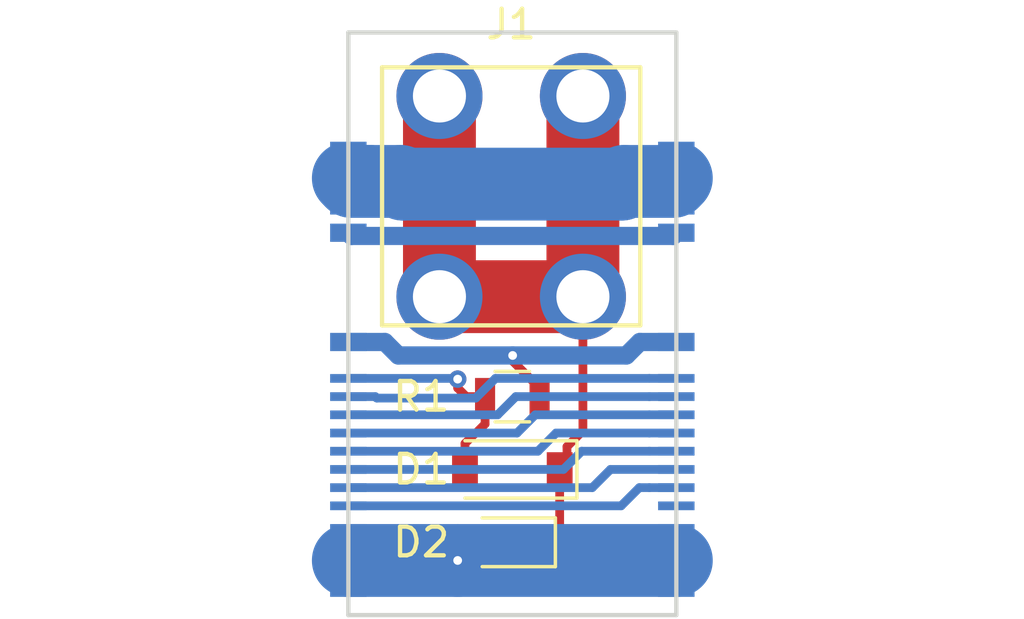
<source format=kicad_pcb>
(kicad_pcb (version 4) (host pcbnew 4.0.6-e0-6349~53~ubuntu16.04.1)

  (general
    (links 20)
    (no_connects 1)
    (area 124.816799 102.5268 160.933201 126.1732)
    (thickness 1.6)
    (drawings 4)
    (tracks 76)
    (zones 0)
    (modules 6)
    (nets 14)
  )

  (page A4)
  (layers
    (0 F.Cu signal)
    (31 B.Cu signal)
    (32 B.Adhes user)
    (33 F.Adhes user)
    (34 B.Paste user)
    (35 F.Paste user)
    (36 B.SilkS user)
    (37 F.SilkS user)
    (38 B.Mask user)
    (39 F.Mask user)
    (40 Dwgs.User user)
    (41 Cmts.User user)
    (42 Eco1.User user)
    (43 Eco2.User user)
    (44 Edge.Cuts user)
    (45 Margin user)
    (46 B.CrtYd user)
    (47 F.CrtYd user)
    (48 B.Fab user)
    (49 F.Fab user hide)
  )

  (setup
    (last_trace_width 0.3048)
    (trace_clearance 0.2032)
    (zone_clearance 0.508)
    (zone_45_only no)
    (trace_min 0.2032)
    (segment_width 0.2)
    (edge_width 0.15)
    (via_size 0.6096)
    (via_drill 0.3048)
    (via_min_size 0.508)
    (via_min_drill 0.254)
    (uvia_size 0.3)
    (uvia_drill 0.1)
    (uvias_allowed no)
    (uvia_min_size 0)
    (uvia_min_drill 0)
    (pcb_text_width 0.3)
    (pcb_text_size 1.5 1.5)
    (mod_edge_width 0.15)
    (mod_text_size 1 1)
    (mod_text_width 0.15)
    (pad_size 1.524 1.524)
    (pad_drill 0.762)
    (pad_to_mask_clearance 0.2)
    (aux_axis_origin 137.16 122.555)
    (visible_elements FFFFFF7F)
    (pcbplotparams
      (layerselection 0x000f0_80000001)
      (usegerberextensions false)
      (excludeedgelayer false)
      (linewidth 0.100000)
      (plotframeref false)
      (viasonmask false)
      (mode 1)
      (useauxorigin true)
      (hpglpennumber 1)
      (hpglpenspeed 20)
      (hpglpendiameter 15)
      (hpglpenoverlay 2)
      (psnegative false)
      (psa4output false)
      (plotreference true)
      (plotvalue true)
      (plotinvisibletext false)
      (padsonsilk false)
      (subtractmaskfromsilk false)
      (outputformat 1)
      (mirror false)
      (drillshape 0)
      (scaleselection 1)
      (outputdirectory gbr))
  )

  (net 0 "")
  (net 1 "Net-(D1-Pad1)")
  (net 2 "Net-(D1-Pad2)")
  (net 3 GND)
  (net 4 "Net-(R1-Pad2)")
  (net 5 +12V)
  (net 6 /LIN)
  (net 7 "Net-(X1-Pad6)")
  (net 8 "Net-(X1-Pad7)")
  (net 9 "Net-(X1-Pad8)")
  (net 10 "Net-(X1-Pad9)")
  (net 11 "Net-(X1-Pad10)")
  (net 12 "Net-(X1-Pad11)")
  (net 13 "Net-(X1-Pad12)")

  (net_class Default "This is the default net class."
    (clearance 0.2032)
    (trace_width 0.3048)
    (via_dia 0.6096)
    (via_drill 0.3048)
    (uvia_dia 0.3)
    (uvia_drill 0.1)
    (add_net "Net-(D1-Pad1)")
    (add_net "Net-(D1-Pad2)")
    (add_net "Net-(R1-Pad2)")
    (add_net "Net-(X1-Pad10)")
    (add_net "Net-(X1-Pad11)")
    (add_net "Net-(X1-Pad12)")
    (add_net "Net-(X1-Pad6)")
    (add_net "Net-(X1-Pad7)")
    (add_net "Net-(X1-Pad8)")
    (add_net "Net-(X1-Pad9)")
  )

  (net_class LIN ""
    (clearance 0.2032)
    (trace_width 0.508)
    (via_dia 0.6096)
    (via_drill 0.3048)
    (uvia_dia 0.3)
    (uvia_drill 0.1)
    (add_net /LIN)
  )

  (net_class Power ""
    (clearance 0.2032)
    (trace_width 1.27)
    (via_dia 0.6096)
    (via_drill 0.3048)
    (uvia_dia 0.3)
    (uvia_drill 0.1)
    (add_net +12V)
    (add_net GND)
  )

  (module Diodes_SMD:D_SOD-123 (layer F.Cu) (tedit 58645DC7) (tstamp 597E705E)
    (at 142.875 119.38 180)
    (descr SOD-123)
    (tags SOD-123)
    (path /597E6F30)
    (attr smd)
    (fp_text reference D1 (at 3.175 0 180) (layer F.SilkS)
      (effects (font (size 1 1) (thickness 0.15)))
    )
    (fp_text value 1N4148W-7-F (at 0 2.1 180) (layer F.Fab)
      (effects (font (size 1 1) (thickness 0.15)))
    )
    (fp_text user %R (at 0 -2 180) (layer F.Fab)
      (effects (font (size 1 1) (thickness 0.15)))
    )
    (fp_line (start -2.25 -1) (end -2.25 1) (layer F.SilkS) (width 0.12))
    (fp_line (start 0.25 0) (end 0.75 0) (layer F.Fab) (width 0.1))
    (fp_line (start 0.25 0.4) (end -0.35 0) (layer F.Fab) (width 0.1))
    (fp_line (start 0.25 -0.4) (end 0.25 0.4) (layer F.Fab) (width 0.1))
    (fp_line (start -0.35 0) (end 0.25 -0.4) (layer F.Fab) (width 0.1))
    (fp_line (start -0.35 0) (end -0.35 0.55) (layer F.Fab) (width 0.1))
    (fp_line (start -0.35 0) (end -0.35 -0.55) (layer F.Fab) (width 0.1))
    (fp_line (start -0.75 0) (end -0.35 0) (layer F.Fab) (width 0.1))
    (fp_line (start -1.4 0.9) (end -1.4 -0.9) (layer F.Fab) (width 0.1))
    (fp_line (start 1.4 0.9) (end -1.4 0.9) (layer F.Fab) (width 0.1))
    (fp_line (start 1.4 -0.9) (end 1.4 0.9) (layer F.Fab) (width 0.1))
    (fp_line (start -1.4 -0.9) (end 1.4 -0.9) (layer F.Fab) (width 0.1))
    (fp_line (start -2.35 -1.15) (end 2.35 -1.15) (layer F.CrtYd) (width 0.05))
    (fp_line (start 2.35 -1.15) (end 2.35 1.15) (layer F.CrtYd) (width 0.05))
    (fp_line (start 2.35 1.15) (end -2.35 1.15) (layer F.CrtYd) (width 0.05))
    (fp_line (start -2.35 -1.15) (end -2.35 1.15) (layer F.CrtYd) (width 0.05))
    (fp_line (start -2.25 1) (end 1.65 1) (layer F.SilkS) (width 0.12))
    (fp_line (start -2.25 -1) (end 1.65 -1) (layer F.SilkS) (width 0.12))
    (pad 1 smd rect (at -1.65 0 180) (size 0.9 1.2) (layers F.Cu F.Paste F.Mask)
      (net 1 "Net-(D1-Pad1)"))
    (pad 2 smd rect (at 1.65 0 180) (size 0.9 1.2) (layers F.Cu F.Paste F.Mask)
      (net 2 "Net-(D1-Pad2)"))
    (model ${KISYS3DMOD}/Diodes_SMD.3dshapes/D_SOD-123.wrl
      (at (xyz 0 0 0))
      (scale (xyz 1 1 1))
      (rotate (xyz 0 0 0))
    )
  )

  (module Diodes_SMD:D_SOD-323 (layer F.Cu) (tedit 58641739) (tstamp 597E7064)
    (at 142.875 121.92 180)
    (descr SOD-323)
    (tags SOD-323)
    (path /597E6F28)
    (attr smd)
    (fp_text reference D2 (at 3.175 0 180) (layer F.SilkS)
      (effects (font (size 1 1) (thickness 0.15)))
    )
    (fp_text value RSB36V (at 0.1 1.9 180) (layer F.Fab)
      (effects (font (size 1 1) (thickness 0.15)))
    )
    (fp_text user %R (at 0 -1.85 180) (layer F.Fab)
      (effects (font (size 1 1) (thickness 0.15)))
    )
    (fp_line (start -1.5 -0.85) (end -1.5 0.85) (layer F.SilkS) (width 0.12))
    (fp_line (start 0.2 0) (end 0.45 0) (layer F.Fab) (width 0.1))
    (fp_line (start 0.2 0.35) (end -0.3 0) (layer F.Fab) (width 0.1))
    (fp_line (start 0.2 -0.35) (end 0.2 0.35) (layer F.Fab) (width 0.1))
    (fp_line (start -0.3 0) (end 0.2 -0.35) (layer F.Fab) (width 0.1))
    (fp_line (start -0.3 0) (end -0.5 0) (layer F.Fab) (width 0.1))
    (fp_line (start -0.3 -0.35) (end -0.3 0.35) (layer F.Fab) (width 0.1))
    (fp_line (start -0.9 0.7) (end -0.9 -0.7) (layer F.Fab) (width 0.1))
    (fp_line (start 0.9 0.7) (end -0.9 0.7) (layer F.Fab) (width 0.1))
    (fp_line (start 0.9 -0.7) (end 0.9 0.7) (layer F.Fab) (width 0.1))
    (fp_line (start -0.9 -0.7) (end 0.9 -0.7) (layer F.Fab) (width 0.1))
    (fp_line (start -1.6 -0.95) (end 1.6 -0.95) (layer F.CrtYd) (width 0.05))
    (fp_line (start 1.6 -0.95) (end 1.6 0.95) (layer F.CrtYd) (width 0.05))
    (fp_line (start -1.6 0.95) (end 1.6 0.95) (layer F.CrtYd) (width 0.05))
    (fp_line (start -1.6 -0.95) (end -1.6 0.95) (layer F.CrtYd) (width 0.05))
    (fp_line (start -1.5 0.85) (end 1.05 0.85) (layer F.SilkS) (width 0.12))
    (fp_line (start -1.5 -0.85) (end 1.05 -0.85) (layer F.SilkS) (width 0.12))
    (pad 1 smd rect (at -1.05 0 180) (size 0.6 0.45) (layers F.Cu F.Paste F.Mask)
      (net 1 "Net-(D1-Pad1)"))
    (pad 2 smd rect (at 1.05 0 180) (size 0.6 0.45) (layers F.Cu F.Paste F.Mask)
      (net 3 GND))
    (model ${KISYS3DMOD}/Diodes_SMD.3dshapes/D_SOD-323.wrl
      (at (xyz 0 0 0))
      (scale (xyz 1 1 1))
      (rotate (xyz 0 0 0))
    )
  )

  (module connectors:TERM_SCREW_M3 (layer F.Cu) (tedit 595A133F) (tstamp 597E706C)
    (at 142.835 109.855)
    (path /597E743F)
    (fp_text reference J1 (at 0 -6) (layer F.SilkS)
      (effects (font (size 1 1) (thickness 0.15)))
    )
    (fp_text value Screw_Terminal_1x01 (at 0 5) (layer F.Fab)
      (effects (font (size 1 1) (thickness 0.15)))
    )
    (fp_line (start -5 -5) (end 5 -5) (layer F.CrtYd) (width 0.15))
    (fp_line (start -5 5) (end -5 -5) (layer F.CrtYd) (width 0.15))
    (fp_line (start 5 5) (end -5 5) (layer F.CrtYd) (width 0.15))
    (fp_line (start 5 -5) (end 5 5) (layer F.CrtYd) (width 0.15))
    (fp_line (start -4.5 4.5) (end -4.5 -4.5) (layer F.SilkS) (width 0.15))
    (fp_line (start 4.5 4.5) (end -4.5 4.5) (layer F.SilkS) (width 0.15))
    (fp_line (start 4.5 -4.5) (end 4.5 4.5) (layer F.SilkS) (width 0.15))
    (fp_line (start -4.5 -4.5) (end 4.5 -4.5) (layer F.SilkS) (width 0.15))
    (fp_circle (center 0 0) (end 1.5 0) (layer F.Fab) (width 0.15))
    (fp_line (start -3.937 -3.937) (end -3.937 3.937) (layer F.Fab) (width 0.15))
    (fp_line (start 3.937 -3.937) (end -3.937 -3.937) (layer F.Fab) (width 0.15))
    (fp_line (start 3.937 3.937) (end 3.937 -3.937) (layer F.Fab) (width 0.15))
    (fp_line (start -3.937 3.937) (end 3.937 3.937) (layer F.Fab) (width 0.15))
    (pad 1 thru_hole circle (at -2.5 -3.5) (size 3 3) (drill 1.85) (layers *.Cu *.Mask)
      (net 1 "Net-(D1-Pad1)"))
    (pad 1 thru_hole circle (at 2.5 -3.5) (size 3 3) (drill 1.85) (layers *.Cu *.Mask)
      (net 1 "Net-(D1-Pad1)"))
    (pad 1 thru_hole circle (at 2.5 3.5) (size 3 3) (drill 1.85) (layers *.Cu *.Mask)
      (net 1 "Net-(D1-Pad1)"))
    (pad 1 thru_hole circle (at -2.5 3.5) (size 3 3) (drill 1.85) (layers *.Cu *.Mask)
      (net 1 "Net-(D1-Pad1)"))
    (model keystone-PN7771.wrl
      (at (xyz 0 0 0))
      (scale (xyz 1 1 1))
      (rotate (xyz 0 0 0))
    )
  )

  (module Resistors_SMD:R_0805 (layer F.Cu) (tedit 58E0A804) (tstamp 597E7072)
    (at 142.875 116.84)
    (descr "Resistor SMD 0805, reflow soldering, Vishay (see dcrcw.pdf)")
    (tags "resistor 0805")
    (path /597E6F52)
    (attr smd)
    (fp_text reference R1 (at -3.175 0) (layer F.SilkS)
      (effects (font (size 1 1) (thickness 0.15)))
    )
    (fp_text value R (at 0 1.75) (layer F.Fab)
      (effects (font (size 1 1) (thickness 0.15)))
    )
    (fp_text user %R (at 0 0) (layer F.Fab)
      (effects (font (size 0.5 0.5) (thickness 0.075)))
    )
    (fp_line (start -1 0.62) (end -1 -0.62) (layer F.Fab) (width 0.1))
    (fp_line (start 1 0.62) (end -1 0.62) (layer F.Fab) (width 0.1))
    (fp_line (start 1 -0.62) (end 1 0.62) (layer F.Fab) (width 0.1))
    (fp_line (start -1 -0.62) (end 1 -0.62) (layer F.Fab) (width 0.1))
    (fp_line (start 0.6 0.88) (end -0.6 0.88) (layer F.SilkS) (width 0.12))
    (fp_line (start -0.6 -0.88) (end 0.6 -0.88) (layer F.SilkS) (width 0.12))
    (fp_line (start -1.55 -0.9) (end 1.55 -0.9) (layer F.CrtYd) (width 0.05))
    (fp_line (start -1.55 -0.9) (end -1.55 0.9) (layer F.CrtYd) (width 0.05))
    (fp_line (start 1.55 0.9) (end 1.55 -0.9) (layer F.CrtYd) (width 0.05))
    (fp_line (start 1.55 0.9) (end -1.55 0.9) (layer F.CrtYd) (width 0.05))
    (pad 1 smd rect (at -0.95 0) (size 0.7 1.3) (layers F.Cu F.Paste F.Mask)
      (net 2 "Net-(D1-Pad2)"))
    (pad 2 smd rect (at 0.95 0) (size 0.7 1.3) (layers F.Cu F.Paste F.Mask)
      (net 4 "Net-(R1-Pad2)"))
    (model ${KISYS3DMOD}/Resistors_SMD.3dshapes/R_0805.wrl
      (at (xyz 0 0 0))
      (scale (xyz 1 1 1))
      (rotate (xyz 0 0 0))
    )
  )

  (module interface:interface (layer F.Cu) (tedit 597E72C6) (tstamp 597E7081)
    (at 137.16 104.775)
    (path /597E6B5D)
    (fp_text reference X1 (at 0 20.32) (layer F.SilkS) hide
      (effects (font (size 1 1) (thickness 0.15)))
    )
    (fp_text value interface (at 0 -1.27) (layer F.Fab) hide
      (effects (font (size 1 1) (thickness 0.15)))
    )
    (fp_line (start -5.715 4.445) (end -5.715 5.715) (layer F.Fab) (width 0.15))
    (fp_line (start -5.08 5.08) (end -6.35 5.08) (layer F.Fab) (width 0.15))
    (fp_line (start 5.715 4.445) (end 5.715 5.715) (layer F.Fab) (width 0.15))
    (fp_line (start 5.08 5.08) (end 6.35 5.08) (layer F.Fab) (width 0.15))
    (fp_line (start -11.43 -0.635) (end -11.43 0) (layer F.Fab) (width 0.15))
    (fp_line (start -12.065 -0.635) (end -10.795 -0.635) (layer F.Fab) (width 0.15))
    (fp_line (start -12.065 19.685) (end -10.795 19.685) (layer F.Fab) (width 0.15))
    (fp_line (start -11.43 19.685) (end -11.43 19.05) (layer F.Fab) (width 0.15))
    (fp_line (start 11.43 -0.635) (end 11.43 0) (layer F.Fab) (width 0.15))
    (fp_line (start 10.795 -0.635) (end 12.065 -0.635) (layer F.Fab) (width 0.15))
    (fp_line (start 0 -0.635) (end 0 0) (layer F.Fab) (width 0.15))
    (fp_line (start -0.635 -0.635) (end 0.635 -0.635) (layer F.Fab) (width 0.15))
    (fp_line (start 10.795 19.685) (end 12.065 19.685) (layer F.Fab) (width 0.15))
    (fp_line (start 11.43 19.685) (end 11.43 19.05) (layer F.Fab) (width 0.15))
    (fp_line (start 0 19.05) (end 0 19.685) (layer F.Fab) (width 0.15))
    (fp_line (start -0.635 19.685) (end 0.635 19.685) (layer F.Fab) (width 0.15))
    (pad 1 smd rect (at 0 4.445) (size 1.27 2.54) (layers B.Cu)
      (net 5 +12V))
    (pad 2 smd rect (at 0 17.78) (size 1.27 2.54) (layers B.Cu)
      (net 3 GND))
    (pad 3 smd rect (at 0 6.35) (size 1.27 0.635) (layers B.Cu)
      (net 6 /LIN))
    (pad 5 smd rect (at 0 11.43) (size 1.27 0.3048) (layers B.Cu)
      (net 2 "Net-(D1-Pad2)"))
    (pad 6 smd rect (at 0 12.065) (size 1.27 0.3048) (layers B.Cu)
      (net 7 "Net-(X1-Pad6)"))
    (pad 7 smd rect (at 0 12.7) (size 1.27 0.3048) (layers B.Cu)
      (net 8 "Net-(X1-Pad7)"))
    (pad 8 smd rect (at 0 13.335) (size 1.27 0.3048) (layers B.Cu)
      (net 9 "Net-(X1-Pad8)"))
    (pad 9 smd rect (at 0 13.97) (size 1.27 0.3048) (layers B.Cu)
      (net 10 "Net-(X1-Pad9)"))
    (pad 10 smd rect (at 0 14.605) (size 1.27 0.3048) (layers B.Cu)
      (net 11 "Net-(X1-Pad10)"))
    (pad 11 smd rect (at 0 15.24) (size 1.27 0.3048) (layers B.Cu)
      (net 12 "Net-(X1-Pad11)"))
    (pad 12 smd rect (at 0 15.875) (size 1.27 0.3048) (layers B.Cu)
      (net 13 "Net-(X1-Pad12)"))
    (pad 4 smd rect (at 0 10.16) (size 1.27 0.635) (layers B.Cu)
      (net 4 "Net-(R1-Pad2)"))
  )

  (module interface:interface (layer F.Cu) (tedit 597E72C6) (tstamp 597E7090)
    (at 148.59 104.775)
    (path /597E6BA3)
    (fp_text reference X2 (at 0 20.32) (layer F.SilkS) hide
      (effects (font (size 1 1) (thickness 0.15)))
    )
    (fp_text value interface (at 0 -1.27) (layer F.Fab) hide
      (effects (font (size 1 1) (thickness 0.15)))
    )
    (fp_line (start -5.715 4.445) (end -5.715 5.715) (layer F.Fab) (width 0.15))
    (fp_line (start -5.08 5.08) (end -6.35 5.08) (layer F.Fab) (width 0.15))
    (fp_line (start 5.715 4.445) (end 5.715 5.715) (layer F.Fab) (width 0.15))
    (fp_line (start 5.08 5.08) (end 6.35 5.08) (layer F.Fab) (width 0.15))
    (fp_line (start -11.43 -0.635) (end -11.43 0) (layer F.Fab) (width 0.15))
    (fp_line (start -12.065 -0.635) (end -10.795 -0.635) (layer F.Fab) (width 0.15))
    (fp_line (start -12.065 19.685) (end -10.795 19.685) (layer F.Fab) (width 0.15))
    (fp_line (start -11.43 19.685) (end -11.43 19.05) (layer F.Fab) (width 0.15))
    (fp_line (start 11.43 -0.635) (end 11.43 0) (layer F.Fab) (width 0.15))
    (fp_line (start 10.795 -0.635) (end 12.065 -0.635) (layer F.Fab) (width 0.15))
    (fp_line (start 0 -0.635) (end 0 0) (layer F.Fab) (width 0.15))
    (fp_line (start -0.635 -0.635) (end 0.635 -0.635) (layer F.Fab) (width 0.15))
    (fp_line (start 10.795 19.685) (end 12.065 19.685) (layer F.Fab) (width 0.15))
    (fp_line (start 11.43 19.685) (end 11.43 19.05) (layer F.Fab) (width 0.15))
    (fp_line (start 0 19.05) (end 0 19.685) (layer F.Fab) (width 0.15))
    (fp_line (start -0.635 19.685) (end 0.635 19.685) (layer F.Fab) (width 0.15))
    (pad 1 smd rect (at 0 4.445) (size 1.27 2.54) (layers B.Cu)
      (net 5 +12V))
    (pad 2 smd rect (at 0 17.78) (size 1.27 2.54) (layers B.Cu)
      (net 3 GND))
    (pad 3 smd rect (at 0 6.35) (size 1.27 0.635) (layers B.Cu)
      (net 6 /LIN))
    (pad 5 smd rect (at 0 11.43) (size 1.27 0.3048) (layers B.Cu)
      (net 7 "Net-(X1-Pad6)"))
    (pad 6 smd rect (at 0 12.065) (size 1.27 0.3048) (layers B.Cu)
      (net 8 "Net-(X1-Pad7)"))
    (pad 7 smd rect (at 0 12.7) (size 1.27 0.3048) (layers B.Cu)
      (net 9 "Net-(X1-Pad8)"))
    (pad 8 smd rect (at 0 13.335) (size 1.27 0.3048) (layers B.Cu)
      (net 10 "Net-(X1-Pad9)"))
    (pad 9 smd rect (at 0 13.97) (size 1.27 0.3048) (layers B.Cu)
      (net 11 "Net-(X1-Pad10)"))
    (pad 10 smd rect (at 0 14.605) (size 1.27 0.3048) (layers B.Cu)
      (net 12 "Net-(X1-Pad11)"))
    (pad 11 smd rect (at 0 15.24) (size 1.27 0.3048) (layers B.Cu)
      (net 13 "Net-(X1-Pad12)"))
    (pad 12 smd rect (at 0 15.875) (size 1.27 0.3048) (layers B.Cu))
    (pad 4 smd rect (at 0 10.16) (size 1.27 0.635) (layers B.Cu)
      (net 4 "Net-(R1-Pad2)"))
  )

  (gr_line (start 137.16 104.14) (end 137.16 124.46) (layer Edge.Cuts) (width 0.15))
  (gr_line (start 148.59 104.14) (end 137.16 104.14) (layer Edge.Cuts) (width 0.15))
  (gr_line (start 148.59 124.46) (end 148.59 104.14) (layer Edge.Cuts) (width 0.15))
  (gr_line (start 137.16 124.46) (end 148.59 124.46) (layer Edge.Cuts) (width 0.15))

  (segment (start 145.335 113.355) (end 145.335 118.03) (width 0.3048) (layer F.Cu) (net 1))
  (segment (start 145.335 118.03) (end 144.78 118.585) (width 0.3048) (layer F.Cu) (net 1))
  (segment (start 144.78 118.585) (end 144.78 119.38) (width 0.3048) (layer F.Cu) (net 1))
  (segment (start 144.78 119.38) (end 144.525 119.38) (width 0.3048) (layer F.Cu) (net 1))
  (segment (start 144.525 119.38) (end 144.525 121.32) (width 0.3048) (layer F.Cu) (net 1))
  (segment (start 144.525 121.32) (end 143.925 121.92) (width 0.3048) (layer F.Cu) (net 1))
  (segment (start 140.335 113.355) (end 140.335 106.355) (width 2.54) (layer F.Cu) (net 1))
  (segment (start 145.335 113.355) (end 145.335 106.355) (width 2.54) (layer F.Cu) (net 1))
  (segment (start 145.335 113.355) (end 140.335 113.355) (width 2.54) (layer F.Cu) (net 1))
  (segment (start 140.944494 116.205) (end 140.97 116.230506) (width 0.3048) (layer B.Cu) (net 2))
  (segment (start 137.16 116.205) (end 140.944494 116.205) (width 0.3048) (layer B.Cu) (net 2))
  (segment (start 141.2702 116.84) (end 140.97 116.5398) (width 0.3048) (layer F.Cu) (net 2))
  (segment (start 141.925 116.84) (end 141.2702 116.84) (width 0.3048) (layer F.Cu) (net 2))
  (segment (start 140.97 116.5398) (end 140.97 116.230506) (width 0.3048) (layer F.Cu) (net 2))
  (via (at 140.97 116.230506) (size 0.6096) (drill 0.3048) (layers F.Cu B.Cu) (net 2))
  (segment (start 141.5902 118.11) (end 141.6098 118.11) (width 0.3048) (layer F.Cu) (net 2))
  (segment (start 141.6098 118.11) (end 141.925 117.7948) (width 0.3048) (layer F.Cu) (net 2))
  (segment (start 141.925 117.7948) (end 141.925 116.84) (width 0.3048) (layer F.Cu) (net 2))
  (segment (start 141.225 119.38) (end 141.225 118.4752) (width 0.3048) (layer F.Cu) (net 2))
  (segment (start 141.225 118.4752) (end 141.5902 118.11) (width 0.3048) (layer F.Cu) (net 2))
  (segment (start 141.825 121.92) (end 141.605 121.92) (width 0.3048) (layer F.Cu) (net 3))
  (segment (start 141.605 121.92) (end 140.97 122.555) (width 0.3048) (layer F.Cu) (net 3))
  (via (at 140.97 122.555) (size 0.6096) (drill 0.3048) (layers F.Cu B.Cu) (net 3))
  (segment (start 137.16 122.555) (end 140.97 122.555) (width 2.54) (layer B.Cu) (net 3))
  (segment (start 140.97 122.555) (end 148.59 122.555) (width 2.54) (layer B.Cu) (net 3))
  (segment (start 142.885608 115.600608) (end 142.885608 115.404996) (width 0.3048) (layer F.Cu) (net 4))
  (segment (start 143.825 116.54) (end 142.885608 115.600608) (width 0.3048) (layer F.Cu) (net 4))
  (segment (start 143.825 116.84) (end 143.825 116.54) (width 0.3048) (layer F.Cu) (net 4))
  (segment (start 138.899996 115.404996) (end 142.885608 115.404996) (width 0.635) (layer B.Cu) (net 4))
  (segment (start 138.43 114.935) (end 138.899996 115.404996) (width 0.635) (layer B.Cu) (net 4))
  (segment (start 147.32 114.935) (end 146.850004 115.404996) (width 0.635) (layer B.Cu) (net 4))
  (via (at 142.885608 115.404996) (size 0.6096) (drill 0.3048) (layers F.Cu B.Cu) (net 4))
  (segment (start 137.16 114.935) (end 138.43 114.935) (width 0.635) (layer B.Cu) (net 4))
  (segment (start 146.850004 115.404996) (end 142.885608 115.404996) (width 0.635) (layer B.Cu) (net 4))
  (segment (start 148.59 114.935) (end 147.32 114.935) (width 0.635) (layer B.Cu) (net 4))
  (segment (start 137.16 109.22) (end 137.274291 109.334291) (width 2.54) (layer B.Cu) (net 5))
  (segment (start 139.06798 109.428718) (end 146.68202 109.428718) (width 2.54) (layer B.Cu) (net 5))
  (segment (start 137.274291 109.334291) (end 137.901737 109.334291) (width 2.54) (layer B.Cu) (net 5))
  (segment (start 137.901745 109.334299) (end 138.973561 109.334299) (width 2.54) (layer B.Cu) (net 5))
  (segment (start 137.901737 109.334291) (end 137.901745 109.334299) (width 2.54) (layer B.Cu) (net 5))
  (segment (start 138.973561 109.334299) (end 139.06798 109.428718) (width 2.54) (layer B.Cu) (net 5))
  (segment (start 146.68202 109.428718) (end 146.776439 109.334299) (width 2.54) (layer B.Cu) (net 5))
  (segment (start 146.776439 109.334299) (end 148.475701 109.334299) (width 2.54) (layer B.Cu) (net 5))
  (segment (start 148.475701 109.334299) (end 148.59 109.22) (width 2.54) (layer B.Cu) (net 5))
  (segment (start 137.16 111.125) (end 137.27109 111.23609) (width 0.635) (layer B.Cu) (net 6))
  (segment (start 137.27109 111.23609) (end 148.47891 111.23609) (width 0.635) (layer B.Cu) (net 6))
  (segment (start 148.47891 111.23609) (end 148.59 111.125) (width 0.635) (layer B.Cu) (net 6))
  (segment (start 137.16 116.84) (end 138.0998 116.84) (width 0.3048) (layer B.Cu) (net 7))
  (segment (start 138.0998 116.84) (end 138.150708 116.890908) (width 0.3048) (layer B.Cu) (net 7))
  (segment (start 138.150708 116.890908) (end 141.601116 116.890908) (width 0.3048) (layer B.Cu) (net 7))
  (segment (start 141.601116 116.890908) (end 142.287024 116.205) (width 0.3048) (layer B.Cu) (net 7))
  (segment (start 142.287024 116.205) (end 147.6502 116.205) (width 0.3048) (layer B.Cu) (net 7))
  (segment (start 147.6502 116.205) (end 148.59 116.205) (width 0.3048) (layer B.Cu) (net 7))
  (segment (start 137.16 117.475) (end 142.361988 117.475) (width 0.3048) (layer B.Cu) (net 8))
  (segment (start 142.361988 117.475) (end 142.996988 116.84) (width 0.3048) (layer B.Cu) (net 8))
  (segment (start 142.996988 116.84) (end 147.6502 116.84) (width 0.3048) (layer B.Cu) (net 8))
  (segment (start 147.6502 116.84) (end 148.59 116.84) (width 0.3048) (layer B.Cu) (net 8))
  (segment (start 137.16 118.11) (end 143.039148 118.11) (width 0.3048) (layer B.Cu) (net 9))
  (segment (start 143.039148 118.11) (end 143.674148 117.475) (width 0.3048) (layer B.Cu) (net 9))
  (segment (start 143.674148 117.475) (end 147.6502 117.475) (width 0.3048) (layer B.Cu) (net 9))
  (segment (start 147.6502 117.475) (end 148.59 117.475) (width 0.3048) (layer B.Cu) (net 9))
  (segment (start 137.16 118.745) (end 143.765514 118.745) (width 0.3048) (layer B.Cu) (net 10))
  (segment (start 143.765514 118.745) (end 144.400514 118.11) (width 0.3048) (layer B.Cu) (net 10))
  (segment (start 144.400514 118.11) (end 147.6502 118.11) (width 0.3048) (layer B.Cu) (net 10))
  (segment (start 147.6502 118.11) (end 148.59 118.11) (width 0.3048) (layer B.Cu) (net 10))
  (segment (start 137.16 119.38) (end 144.6559 119.38) (width 0.3048) (layer B.Cu) (net 11))
  (segment (start 144.6559 119.38) (end 145.2909 118.745) (width 0.3048) (layer B.Cu) (net 11))
  (segment (start 145.2909 118.745) (end 147.6502 118.745) (width 0.3048) (layer B.Cu) (net 11))
  (segment (start 147.6502 118.745) (end 148.59 118.745) (width 0.3048) (layer B.Cu) (net 11))
  (segment (start 137.16 120.015) (end 145.661101 120.015) (width 0.3048) (layer B.Cu) (net 12))
  (segment (start 145.661101 120.015) (end 146.296101 119.38) (width 0.3048) (layer B.Cu) (net 12))
  (segment (start 146.296101 119.38) (end 148.59 119.38) (width 0.3048) (layer B.Cu) (net 12))
  (segment (start 137.16 120.65) (end 146.666302 120.65) (width 0.3048) (layer B.Cu) (net 13))
  (segment (start 147.301302 120.015) (end 147.6502 120.015) (width 0.3048) (layer B.Cu) (net 13))
  (segment (start 146.666302 120.65) (end 147.301302 120.015) (width 0.3048) (layer B.Cu) (net 13))
  (segment (start 147.6502 120.015) (end 148.59 120.015) (width 0.3048) (layer B.Cu) (net 13))

)

</source>
